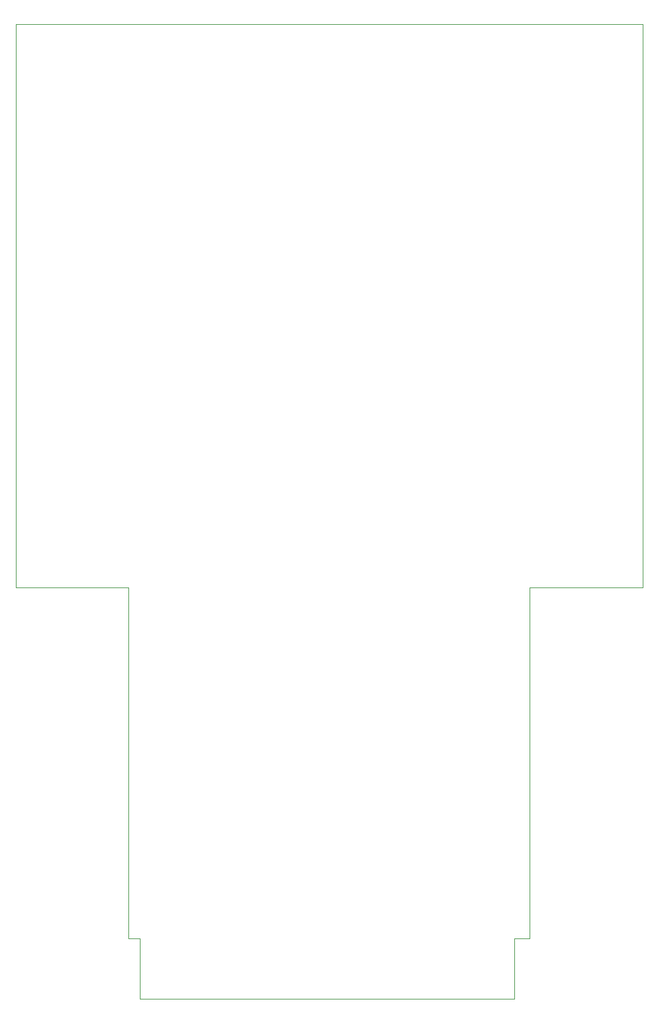
<source format=gbr>
%TF.GenerationSoftware,KiCad,Pcbnew,(6.0.2)*%
%TF.CreationDate,2022-11-18T22:18:21-06:00*%
%TF.ProjectId,REF1395A Optimized,52454631-3339-4354-9120-4f7074696d69,rev?*%
%TF.SameCoordinates,Original*%
%TF.FileFunction,Profile,NP*%
%FSLAX46Y46*%
G04 Gerber Fmt 4.6, Leading zero omitted, Abs format (unit mm)*
G04 Created by KiCad (PCBNEW (6.0.2)) date 2022-11-18 22:18:21*
%MOMM*%
%LPD*%
G01*
G04 APERTURE LIST*
%TA.AperFunction,Profile*%
%ADD10C,0.002000*%
%TD*%
G04 APERTURE END LIST*
D10*
X171472200Y-137447200D02*
X171472200Y-184198200D01*
X186472200Y-137447200D02*
X186472200Y-62447200D01*
X103002200Y-137447200D02*
X103002200Y-62447200D01*
X169422200Y-192197200D02*
X119512200Y-192197200D01*
X169422200Y-184197200D02*
X171472200Y-184198200D01*
X103002200Y-137447200D02*
X118002200Y-137447200D01*
X119512200Y-192197200D02*
X119512200Y-184197200D01*
X119512200Y-184197200D02*
X118002200Y-184197200D01*
X118002200Y-184197200D02*
X118002200Y-137447200D01*
X169422200Y-192197200D02*
X169422200Y-184197200D01*
X103002200Y-62447200D02*
X186472200Y-62447200D01*
X171472200Y-137447200D02*
X186472200Y-137447200D01*
M02*

</source>
